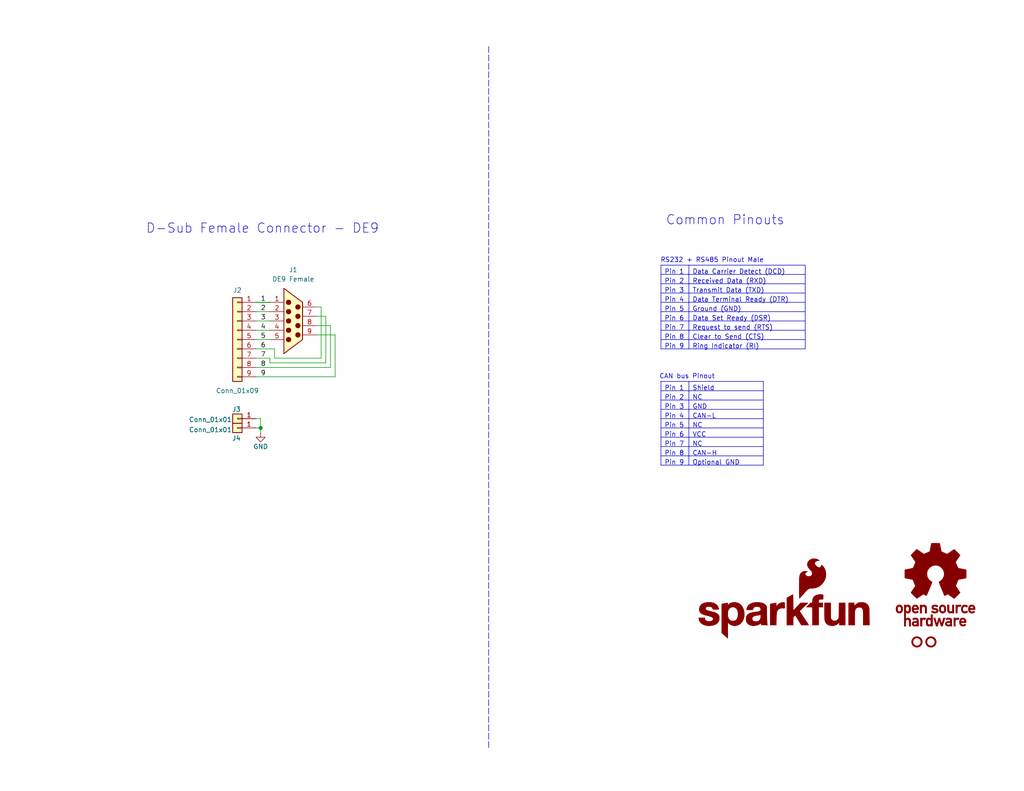
<source format=kicad_sch>
(kicad_sch (version 20250114) (generator "eeschema") (generator_version "9.0")
  (paper "USLetter")
  (title_block (title "SparkFun DB9 Breakout") (rev "v10") (company "SparkFun Electronics") (comment 1 "Designed by: Elias Santistevan"))
  (lib_symbols
    (symbol "SparkFun-Aesthetic:OSHW_Logo" (pin_names (offset 1.016)) (in_bom no))
    (symbol "SparkFun-Aesthetic:SparkFun_Logo" (pin_names (offset 1.016)) (on_board no))
    (symbol "SparkFun-Connector:Conn_01x01" (pin_names (offset 1.016) (hide yes))
      (property "Reference" "J" (at 0 2.54 0))
      (property "Value" "Conn_01x01" (at 0 -2.54 0))
      (symbol "Conn_01x01_1_1"
        (pin passive line (at -5.08 0 0) (length 3.81) (name "Pin_1") (number "1"))
      )
    )
    (symbol "SparkFun-Connector:Conn_01x09" (pin_names (offset 1.016) (hide yes))
      (property "Reference" "J" (at 0 12.7 0))
      (property "Value" "Conn_01x09" (at 0 -12.7 0))
      (symbol "Conn_01x09_1_1"
        (pin passive line (at -5.08 10.16 0) (length 3.81) (name "Pin_1") (number "1"))
        (pin passive line (at -5.08 7.62 0) (length 3.81) (name "Pin_2") (number "2"))
        (pin passive line (at -5.08 5.08 0) (length 3.81) (name "Pin_3") (number "3"))
        (pin passive line (at -5.08 2.54 0) (length 3.81) (name "Pin_4") (number "4"))
        (pin passive line (at -5.08 0 0) (length 3.81) (name "Pin_5") (number "5"))
        (pin passive line (at -5.08 -2.54 0) (length 3.81) (name "Pin_6") (number "6"))
        (pin passive line (at -5.08 -5.08 0) (length 3.81) (name "Pin_7") (number "7"))
        (pin passive line (at -5.08 -7.62 0) (length 3.81) (name "Pin_8") (number "8"))
        (pin passive line (at -5.08 -10.16 0) (length 3.81) (name "Pin_9") (number "9"))
      )
    )
    (symbol "SparkFun-Connector:DE9_Female" (pin_names (hide yes))
      (property "Reference" "J" (at 0 9.398 0))
      (property "Value" "DE9 Female" (at 0 -10.414 0))
      (symbol "DE9_Female_1_1"
        (pin passive line (at -6.35 5.08 0) (length 3.81) (name "1") (number "1"))
        (pin passive line (at -6.35 2.54 0) (length 3.81) (name "2") (number "2"))
        (pin passive line (at -6.35 0 0) (length 3.81) (name "3") (number "3"))
        (pin passive line (at -6.35 -2.54 0) (length 3.81) (name "4") (number "4"))
        (pin passive line (at -6.35 -5.08 0) (length 3.81) (name "5") (number "5"))
        (pin passive line (at 6.35 3.81 180) (length 3.81) (name "6") (number "6"))
        (pin passive line (at 6.35 1.27 180) (length 3.81) (name "7") (number "7"))
        (pin passive line (at 6.35 -1.27 180) (length 3.81) (name "8") (number "8"))
        (pin passive line (at 6.35 -3.81 180) (length 3.81) (name "9") (number "9"))
      )
    )
    (symbol "SparkFun-Hardware:Standoff")
    (symbol "SparkFun-PowerSymbol:GND" (power) (pin_names (offset 0))
      (property "Value" "GND" (at 0 -3.81 0))
      (symbol "GND_1_1"
        (pin power_in line (at 0 0 270) (length 0) (hide yes) (name "GND") (number "1"))
      )
    )
  )
  (text "Common Pinouts" (at 197.866 60.198 0) (effects (font (size 2.54 2.54))))
  (text "RS232 + RS485 Pinout Male" (at 194.31 71.12 0) (effects (font (size 1.27 1.27))))
  (text "CAN bus Pinout " (at 187.96 102.87 0) (effects (font (size 1.27 1.27))))
  (text "D-Sub Female Connector - DE9" (at 71.628 62.484 0) (effects (font (size 2.54 2.54))))
  (junction (at 71.12 116.84))
  (wire (pts (xy 86.36 86.36) (xy 88.9 86.36)))
  (wire (pts (xy 88.9 99.06) (xy 88.9 86.36)))
  (wire (pts (xy 86.36 88.9) (xy 90.17 88.9)))
  (wire (pts (xy 69.85 92.71) (xy 73.66 92.71)))
  (wire (pts (xy 71.12 116.84) (xy 71.12 118.11)))
  (wire (pts (xy 69.85 82.55) (xy 73.66 82.55)) (stroke (width 0.2286)))
  (wire (pts (xy 69.85 100.33) (xy 90.17 100.33)))
  (wire (pts (xy 90.17 88.9) (xy 90.17 100.33)))
  (wire (pts (xy 73.66 97.79) (xy 73.66 99.06)))
  (wire (pts (xy 69.85 87.63) (xy 73.66 87.63)))
  (wire (pts (xy 69.85 102.87) (xy 91.44 102.87)))
  (polyline (pts (xy 133.35 12.7) (xy 133.35 204.47)) (stroke (width 0) (type dash)))
  (wire (pts (xy 69.85 116.84) (xy 71.12 116.84)))
  (wire (pts (xy 69.85 114.3) (xy 71.12 114.3)))
  (wire (pts (xy 69.85 97.79) (xy 73.66 97.79)))
  (wire (pts (xy 91.44 91.44) (xy 86.36 91.44)))
  (wire (pts (xy 87.63 97.79) (xy 74.93 97.79)))
  (wire (pts (xy 69.85 95.25) (xy 74.93 95.25)))
  (wire (pts (xy 74.93 97.79) (xy 74.93 95.25)))
  (wire (pts (xy 86.36 83.82) (xy 87.63 83.82)))
  (wire (pts (xy 69.85 90.17) (xy 73.66 90.17)))
  (wire (pts (xy 87.63 83.82) (xy 87.63 97.79)))
  (wire (pts (xy 71.12 114.3) (xy 71.12 116.84)))
  (wire (pts (xy 69.85 85.09) (xy 73.66 85.09)))
  (wire (pts (xy 91.44 102.87) (xy 91.44 91.44)))
  (wire (pts (xy 73.66 99.06) (xy 88.9 99.06)))
  (table (column_count 2) (border (external yes) (header yes)) (separators (rows yes) (cols yes)) (column_widths 7.62 20.32) (row_heights 2.54 2.54 2.54 2.54 2.54 2.54 2.54 2.54 2.54) (cells (table_cell "Pin 1" (at 180.34 104.14 0) (size 7.62 2.54) (margins 0.9525 0.9525 0.9525 0.9525) (span 1 1)) (table_cell "Shield" (at 187.96 104.14 0) (size 20.32 2.54) (margins 0.9525 0.9525 0.9525 0.9525) (span 1 1)) (table_cell "Pin 2" (at 180.34 106.68 0) (size 7.62 2.54) (margins 0.9525 0.9525 0.9525 0.9525) (span 1 1)) (table_cell "NC" (at 187.96 106.68 0) (size 20.32 2.54) (margins 0.9525 0.9525 0.9525 0.9525) (span 1 1)) (table_cell "Pin 3" (at 180.34 109.22 0) (size 7.62 2.54) (margins 0.9525 0.9525 0.9525 0.9525) (span 1 1)) (table_cell "GND" (at 187.96 109.22 0) (size 20.32 2.54) (margins 0.9525 0.9525 0.9525 0.9525) (span 1 1)) (table_cell "Pin 4" (at 180.34 111.76 0) (size 7.62 2.54) (margins 0.9525 0.9525 0.9525 0.9525) (span 1 1)) (table_cell "CAN-L" (at 187.96 111.76 0) (size 20.32 2.54) (margins 0.9525 0.9525 0.9525 0.9525) (span 1 1)) (table_cell "Pin 5" (at 180.34 114.3 0) (size 7.62 2.54) (margins 0.9525 0.9525 0.9525 0.9525) (span 1 1)) (table_cell "NC" (at 187.96 114.3 0) (size 20.32 2.54) (margins 0.9525 0.9525 0.9525 0.9525) (span 1 1)) (table_cell "Pin 6" (at 180.34 116.84 0) (size 7.62 2.54) (margins 0.9525 0.9525 0.9525 0.9525) (span 1 1)) (table_cell "VCC" (at 187.96 116.84 0) (size 20.32 2.54) (margins 0.9525 0.9525 0.9525 0.9525) (span 1 1)) (table_cell "Pin 7" (at 180.34 119.38 0) (size 7.62 2.54) (margins 0.9525 0.9525 0.9525 0.9525) (span 1 1)) (table_cell "NC" (at 187.96 119.38 0) (size 20.32 2.54) (margins 0.9525 0.9525 0.9525 0.9525) (span 1 1)) (table_cell "Pin 8 " (at 180.34 121.92 0) (size 7.62 2.54) (margins 0.9525 0.9525 0.9525 0.9525) (span 1 1)) (table_cell "CAN-H" (at 187.96 121.92 0) (size 20.32 2.54) (margins 0.9525 0.9525 0.9525 0.9525) (span 1 1)) (table_cell "Pin 9" (at 180.34 124.46 0) (size 7.62 2.54) (margins 0.9525 0.9525 0.9525 0.9525) (span 1 1)) (table_cell "Optional GND" (at 187.96 124.46 0) (size 20.32 2.54) (margins 0.9525 0.9525 0.9525 0.9525) (span 1 1))))
  (table (column_count 2) (border (external yes) (header yes)) (separators (rows yes) (cols yes)) (column_widths 7.62 31.75) (row_heights 2.54 2.54 2.54 2.54 2.54 2.54 2.54 2.54 2.54) (cells (table_cell "Pin 1" (at 180.34 72.39 0) (size 7.62 2.54) (margins 0.9525 0.9525 0.9525 0.9525) (span 1 1)) (table_cell "Data Carrier Detect (DCD) " (at 187.96 72.39 0) (size 31.75 2.54) (margins 0.9525 0.9525 0.9525 0.9525) (span 1 1)) (table_cell "Pin 2" (at 180.34 74.93 0) (size 7.62 2.54) (margins 0.9525 0.9525 0.9525 0.9525) (span 1 1)) (table_cell "Received Data (RXD) " (at 187.96 74.93 0) (size 31.75 2.54) (margins 0.9525 0.9525 0.9525 0.9525) (span 1 1)) (table_cell "Pin 3" (at 180.34 77.47 0) (size 7.62 2.54) (margins 0.9525 0.9525 0.9525 0.9525) (span 1 1)) (table_cell "Transmit Data (TXD) " (at 187.96 77.47 0) (size 31.75 2.54) (margins 0.9525 0.9525 0.9525 0.9525) (span 1 1)) (table_cell "Pin 4" (at 180.34 80.01 0) (size 7.62 2.54) (margins 0.9525 0.9525 0.9525 0.9525) (span 1 1)) (table_cell "Data Terminal Ready (DTR) " (at 187.96 80.01 0) (size 31.75 2.54) (margins 0.9525 0.9525 0.9525 0.9525) (span 1 1)) (table_cell "Pin 5" (at 180.34 82.55 0) (size 7.62 2.54) (margins 0.9525 0.9525 0.9525 0.9525) (span 1 1)) (table_cell "Ground (GND)" (at 187.96 82.55 0) (size 31.75 2.54) (margins 0.9525 0.9525 0.9525 0.9525) (span 1 1)) (table_cell "Pin 6" (at 180.34 85.09 0) (size 7.62 2.54) (margins 0.9525 0.9525 0.9525 0.9525) (span 1 1)) (table_cell "Data Set Ready (DSR)" (at 187.96 85.09 0) (size 31.75 2.54) (margins 0.9525 0.9525 0.9525 0.9525) (span 1 1)) (table_cell "Pin 7" (at 180.34 87.63 0) (size 7.62 2.54) (margins 0.9525 0.9525 0.9525 0.9525) (span 1 1)) (table_cell "Request to send (RTS) " (at 187.96 87.63 0) (size 31.75 2.54) (margins 0.9525 0.9525 0.9525 0.9525) (span 1 1)) (table_cell "Pin 8" (at 180.34 90.17 0) (size 7.62 2.54) (margins 0.9525 0.9525 0.9525 0.9525) (span 1 1)) (table_cell "Clear to Send (CTS) " (at 187.96 90.17 0) (size 31.75 2.54) (margins 0.9525 0.9525 0.9525 0.9525) (span 1 1)) (table_cell "Pin 9" (at 180.34 92.71 0) (size 7.62 2.54) (margins 0.9525 0.9525 0.9525 0.9525) (span 1 1)) (table_cell "Ring Indicator (RI) " (at 187.96 92.71 0) (size 31.75 2.54) (margins 0.9525 0.9525 0.9525 0.9525) (span 1 1))))
  (label "4" (at 71.12 90.17 0))
  (label "3" (at 71.12 87.63 0))
  (label "9" (at 71.12 102.87 0))
  (label "5" (at 71.12 92.71 0))
  (label "6" (at 71.12 95.25 0))
  (label "7" (at 71.12 97.79 0))
  (label "1" (at 71.12 82.55 0))
  (label "2" (at 71.12 85.09 0))
  (label "8" (at 71.12 100.33 0))
  (symbol (lib_id "SparkFun-Hardware:Standoff") (at 254 175.26 0) (unit 1)
    (property "Reference" "ST2" (effects (hide yes)))
    (property "Value" "Stand_off" (effects (hide yes)))
    (property "Footprint" "SparkFun-Hardware:Standoff" (effects (hide yes)))
    (property "Description" "Drill holes for mechanically mounting via screws, standoffs, etc." (effects (hide yes)))
  )
  (symbol (lib_id "SparkFun-PowerSymbol:GND") (at 71.12 118.11 0) (unit 1)
    (property "Reference" "#PWR01" (effects (hide yes)))
    (property "Value" "GND" (at 71.12 121.92 0))
    (property "Description" "Power symbol creates a global label with name \"GND\" , ground" (effects (hide yes)))
  )
  (symbol (lib_id "SparkFun-Aesthetic:SparkFun_Logo") (at 213.36 167.64 0) (unit 1) (on_board no)
    (property "Reference" "G1" (effects (hide yes)))
    (property "Value" "SparkFun_Logo" (effects (hide yes)))
    (property "Footprint" "SparkFun-Aesthetic:SparkFun_Logo_8mm" (effects (hide yes)))
  )
  (symbol (lib_id "SparkFun-Connector:DE9_Female") (at 80.01 87.63 0) (unit 1)
    (property "Reference" "J1" (at 80.01 73.66 0))
    (property "Value" "DE9 Female" (at 80.01 76.2 0))
    (property "Footprint" "SparkFun-Connector:DE9_Female" (effects (hide yes)))
    (property "Datasheet" "https://www.lcsc.com/datasheet/lcsc_datasheet_2411220417_XUNPU-D-SUB-DR-9PCM-CB_C19077337.pdf" (effects (hide yes)))
  )
  (symbol (lib_id "SparkFun-Connector:Conn_01x09") (at 64.77 92.71 0) (mirror y) (unit 1)
    (property "Reference" "J2" (at 64.77 79.248 0))
    (property "Value" "Conn_01x09" (at 64.77 106.68 0))
    (property "Footprint" "SparkFun-Connector:1x09" (effects (hide yes)))
    (property "Description" "Basic 0.1\" PTH" (effects (hide yes)))
  )
  (symbol (lib_id "SparkFun-Hardware:Standoff") (at 250.19 175.26 0) (unit 1)
    (property "Reference" "ST1" (effects (hide yes)))
    (property "Value" "Stand_off" (effects (hide yes)))
    (property "Footprint" "SparkFun-Hardware:Standoff" (effects (hide yes)))
    (property "Description" "Drill holes for mechanically mounting via screws, standoffs, etc." (effects (hide yes)))
  )
  (symbol (lib_id "SparkFun-Connector:Conn_01x01") (at 64.77 116.84 180) (unit 1)
    (property "Reference" "J4" (at 64.516 119.634 0))
    (property "Value" "Conn_01x01" (at 57.404 114.554 0))
    (property "Footprint" "SparkFun-Connector:1x01" (effects (hide yes)))
    (property "Description" "Basic 0.1\" PTH" (effects (hide yes)))
  )
  (symbol (lib_id "SparkFun-Aesthetic:OSHW_Logo") (at 255.27 163.83 0) (unit 1) (in_bom no)
    (property "Reference" "G3" (effects (hide yes)))
    (property "Value" "OSHW_Logo" (effects (hide yes)))
    (property "Footprint" "SparkFun-Aesthetic:Creative_Commons_License" (effects (hide yes)))
  )
  (symbol (lib_id "SparkFun-Aesthetic:SparkFun_Logo") (at 213.36 167.64 0) (unit 1) (on_board no)
    (property "Reference" "G2" (effects (hide yes)))
    (property "Value" "SparkFun_Logo" (effects (hide yes)))
  )
  (symbol (lib_id "SparkFun-Connector:Conn_01x01") (at 64.77 114.3 180) (unit 1)
    (property "Reference" "J3" (at 64.516 111.76 0))
    (property "Value" "Conn_01x01" (at 57.404 117.348 0))
    (property "Footprint" "SparkFun-Connector:1x01" (effects (hide yes)))
    (property "Description" "Basic 0.1\" PTH" (effects (hide yes)))
  )
)
</source>
